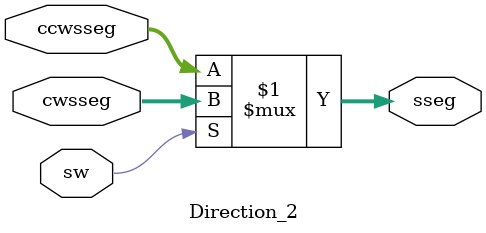
<source format=sv>
`timescale 1ns / 1ps

module Direction_2(
input logic [7:0] cwsseg,
input logic [7:0] ccwsseg,
input logic sw,
output logic [7:0] sseg
);
    assign sseg = (sw)? cwsseg: ccwsseg;
    
endmodule
</source>
